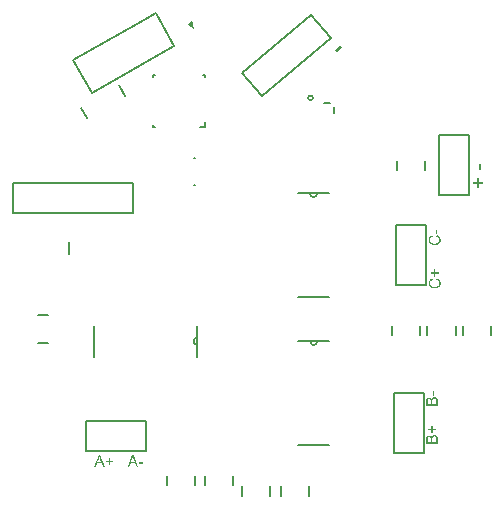
<source format=gto>
G04*
G04 #@! TF.GenerationSoftware,Altium Limited,Altium Designer,20.0.13 (296)*
G04*
G04 Layer_Color=65535*
%FSLAX25Y25*%
%MOIN*%
G70*
G01*
G75*
%ADD10C,0.00600*%
%ADD11C,0.00787*%
%ADD12C,0.00591*%
%ADD13C,0.01000*%
G36*
X-20209Y79108D02*
X-21025Y82151D01*
X-22138Y80222D01*
X-20209Y79108D01*
D02*
G37*
G36*
X75464Y31987D02*
X74832D01*
Y33925D01*
X75464D01*
Y31987D01*
D02*
G37*
G36*
X74773Y27987D02*
X76175D01*
Y27395D01*
X74773D01*
Y26000D01*
X74184D01*
Y27395D01*
X72789D01*
Y27987D01*
X74184D01*
Y29382D01*
X74773D01*
Y27987D01*
D02*
G37*
G36*
X60787Y10699D02*
X60313D01*
Y12150D01*
X60787D01*
Y10699D01*
D02*
G37*
G36*
X60729Y10319D02*
X60737Y10317D01*
X60748Y10314D01*
X60762Y10311D01*
X60781Y10306D01*
X60823Y10292D01*
X60875Y10272D01*
X60934Y10250D01*
X61000Y10222D01*
X61072Y10189D01*
X61150Y10153D01*
X61227Y10112D01*
X61305Y10065D01*
X61385Y10012D01*
X61463Y9954D01*
X61537Y9890D01*
X61607Y9821D01*
X61673Y9746D01*
X61676Y9741D01*
X61687Y9727D01*
X61704Y9704D01*
X61723Y9671D01*
X61748Y9633D01*
X61776Y9583D01*
X61806Y9527D01*
X61837Y9464D01*
X61867Y9394D01*
X61897Y9317D01*
X61925Y9234D01*
X61950Y9145D01*
X61970Y9048D01*
X61986Y8948D01*
X61997Y8843D01*
X62000Y8732D01*
Y8691D01*
X61997Y8671D01*
Y8630D01*
X61992Y8577D01*
X61986Y8516D01*
X61978Y8447D01*
X61970Y8375D01*
X61956Y8294D01*
X61939Y8214D01*
X61917Y8128D01*
X61895Y8045D01*
X61864Y7962D01*
X61831Y7879D01*
X61792Y7799D01*
X61748Y7724D01*
X61745Y7718D01*
X61737Y7707D01*
X61720Y7688D01*
X61701Y7660D01*
X61676Y7627D01*
X61643Y7591D01*
X61607Y7549D01*
X61562Y7505D01*
X61513Y7458D01*
X61460Y7411D01*
X61399Y7361D01*
X61335Y7311D01*
X61263Y7264D01*
X61188Y7217D01*
X61105Y7173D01*
X61019Y7134D01*
X61017D01*
X61014Y7131D01*
X60997Y7126D01*
X60972Y7114D01*
X60936Y7103D01*
X60892Y7087D01*
X60839Y7070D01*
X60778Y7051D01*
X60712Y7034D01*
X60637Y7015D01*
X60557Y6995D01*
X60474Y6979D01*
X60382Y6962D01*
X60291Y6951D01*
X60194Y6940D01*
X60094Y6934D01*
X59992Y6932D01*
X59989D01*
X59983D01*
X59975D01*
X59964D01*
X59950D01*
X59934Y6934D01*
X59892D01*
X59839Y6940D01*
X59778Y6943D01*
X59709Y6951D01*
X59634Y6959D01*
X59557Y6973D01*
X59474Y6987D01*
X59385Y7006D01*
X59297Y7029D01*
X59208Y7054D01*
X59119Y7084D01*
X59033Y7120D01*
X58947Y7159D01*
X58942Y7162D01*
X58928Y7170D01*
X58906Y7184D01*
X58873Y7200D01*
X58837Y7225D01*
X58795Y7253D01*
X58745Y7289D01*
X58695Y7328D01*
X58643Y7369D01*
X58585Y7419D01*
X58529Y7472D01*
X58474Y7530D01*
X58418Y7594D01*
X58366Y7660D01*
X58316Y7732D01*
X58269Y7810D01*
X58266Y7815D01*
X58258Y7829D01*
X58247Y7851D01*
X58233Y7885D01*
X58213Y7923D01*
X58194Y7970D01*
X58175Y8026D01*
X58153Y8084D01*
X58130Y8151D01*
X58111Y8223D01*
X58089Y8300D01*
X58072Y8380D01*
X58058Y8466D01*
X58047Y8555D01*
X58039Y8646D01*
X58036Y8741D01*
Y8779D01*
X58039Y8796D01*
X58042Y8838D01*
X58044Y8887D01*
X58053Y8943D01*
X58061Y9006D01*
X58072Y9078D01*
X58089Y9153D01*
X58108Y9231D01*
X58130Y9311D01*
X58161Y9392D01*
X58194Y9472D01*
X58233Y9555D01*
X58277Y9633D01*
X58330Y9707D01*
X58333Y9713D01*
X58344Y9724D01*
X58360Y9746D01*
X58385Y9771D01*
X58413Y9804D01*
X58452Y9840D01*
X58493Y9879D01*
X58543Y9923D01*
X58598Y9968D01*
X58659Y10015D01*
X58729Y10059D01*
X58801Y10103D01*
X58881Y10148D01*
X58967Y10187D01*
X59058Y10225D01*
X59155Y10256D01*
X59272Y9757D01*
X59266Y9754D01*
X59252Y9752D01*
X59233Y9743D01*
X59202Y9732D01*
X59169Y9718D01*
X59130Y9702D01*
X59086Y9680D01*
X59039Y9657D01*
X58989Y9633D01*
X58939Y9602D01*
X58889Y9572D01*
X58837Y9535D01*
X58790Y9497D01*
X58742Y9458D01*
X58701Y9414D01*
X58662Y9366D01*
X58659Y9364D01*
X58654Y9356D01*
X58645Y9342D01*
X58632Y9322D01*
X58618Y9297D01*
X58601Y9267D01*
X58585Y9231D01*
X58565Y9192D01*
X58549Y9148D01*
X58532Y9101D01*
X58515Y9048D01*
X58501Y8993D01*
X58488Y8932D01*
X58479Y8868D01*
X58474Y8801D01*
X58471Y8729D01*
Y8688D01*
X58474Y8657D01*
X58477Y8619D01*
X58482Y8574D01*
X58488Y8524D01*
X58499Y8472D01*
X58510Y8414D01*
X58524Y8355D01*
X58540Y8294D01*
X58560Y8231D01*
X58585Y8170D01*
X58615Y8109D01*
X58645Y8048D01*
X58684Y7990D01*
X58687Y7987D01*
X58693Y7976D01*
X58706Y7962D01*
X58723Y7943D01*
X58745Y7918D01*
X58770Y7890D01*
X58801Y7860D01*
X58834Y7826D01*
X58873Y7793D01*
X58914Y7757D01*
X58961Y7724D01*
X59014Y7691D01*
X59067Y7657D01*
X59125Y7627D01*
X59186Y7599D01*
X59252Y7574D01*
X59255D01*
X59269Y7569D01*
X59288Y7563D01*
X59313Y7555D01*
X59346Y7547D01*
X59385Y7536D01*
X59429Y7527D01*
X59479Y7516D01*
X59532Y7505D01*
X59590Y7494D01*
X59651Y7483D01*
X59715Y7475D01*
X59848Y7461D01*
X59917Y7458D01*
X59989Y7455D01*
X59995D01*
X60011D01*
X60036D01*
X60072Y7458D01*
X60114Y7461D01*
X60163Y7463D01*
X60219Y7466D01*
X60277Y7472D01*
X60343Y7480D01*
X60413Y7489D01*
X60554Y7516D01*
X60629Y7530D01*
X60701Y7549D01*
X60773Y7572D01*
X60842Y7597D01*
X60845Y7599D01*
X60859Y7602D01*
X60875Y7610D01*
X60900Y7624D01*
X60931Y7638D01*
X60967Y7657D01*
X61006Y7680D01*
X61047Y7705D01*
X61089Y7735D01*
X61133Y7768D01*
X61180Y7804D01*
X61224Y7843D01*
X61269Y7887D01*
X61310Y7934D01*
X61349Y7984D01*
X61385Y8040D01*
X61388Y8043D01*
X61393Y8054D01*
X61402Y8070D01*
X61413Y8092D01*
X61427Y8120D01*
X61443Y8153D01*
X61457Y8192D01*
X61474Y8234D01*
X61493Y8281D01*
X61507Y8331D01*
X61524Y8386D01*
X61537Y8441D01*
X61549Y8502D01*
X61557Y8563D01*
X61562Y8627D01*
X61565Y8691D01*
Y8710D01*
X61562Y8732D01*
Y8763D01*
X61557Y8799D01*
X61551Y8840D01*
X61546Y8890D01*
X61535Y8940D01*
X61521Y8995D01*
X61504Y9053D01*
X61485Y9115D01*
X61463Y9175D01*
X61435Y9236D01*
X61402Y9297D01*
X61363Y9356D01*
X61321Y9414D01*
X61319Y9416D01*
X61310Y9427D01*
X61296Y9441D01*
X61274Y9461D01*
X61249Y9486D01*
X61219Y9513D01*
X61180Y9544D01*
X61138Y9574D01*
X61089Y9607D01*
X61036Y9641D01*
X60975Y9677D01*
X60909Y9707D01*
X60839Y9741D01*
X60762Y9768D01*
X60681Y9793D01*
X60593Y9815D01*
X60720Y10322D01*
X60723D01*
X60729Y10319D01*
D02*
G37*
G36*
X60269Y-2112D02*
X61319D01*
Y-2555D01*
X60269D01*
Y-3600D01*
X59828D01*
Y-2555D01*
X58784D01*
Y-2112D01*
X59828D01*
Y-1068D01*
X60269D01*
Y-2112D01*
D02*
G37*
G36*
X60729Y-4112D02*
X60737Y-4115D01*
X60748Y-4118D01*
X60762Y-4121D01*
X60781Y-4126D01*
X60823Y-4140D01*
X60875Y-4159D01*
X60934Y-4182D01*
X61000Y-4209D01*
X61072Y-4242D01*
X61150Y-4279D01*
X61227Y-4320D01*
X61305Y-4367D01*
X61385Y-4420D01*
X61463Y-4478D01*
X61537Y-4542D01*
X61607Y-4611D01*
X61673Y-4686D01*
X61676Y-4691D01*
X61687Y-4705D01*
X61704Y-4727D01*
X61723Y-4761D01*
X61748Y-4799D01*
X61776Y-4849D01*
X61806Y-4905D01*
X61837Y-4968D01*
X61867Y-5037D01*
X61897Y-5115D01*
X61925Y-5198D01*
X61950Y-5287D01*
X61970Y-5384D01*
X61986Y-5483D01*
X61997Y-5589D01*
X62000Y-5700D01*
Y-5741D01*
X61997Y-5760D01*
Y-5802D01*
X61992Y-5855D01*
X61986Y-5916D01*
X61978Y-5985D01*
X61970Y-6057D01*
X61956Y-6137D01*
X61939Y-6217D01*
X61917Y-6303D01*
X61895Y-6386D01*
X61864Y-6470D01*
X61831Y-6553D01*
X61792Y-6633D01*
X61748Y-6708D01*
X61745Y-6713D01*
X61737Y-6724D01*
X61720Y-6744D01*
X61701Y-6771D01*
X61676Y-6805D01*
X61643Y-6841D01*
X61607Y-6882D01*
X61562Y-6927D01*
X61513Y-6974D01*
X61460Y-7021D01*
X61399Y-7071D01*
X61335Y-7120D01*
X61263Y-7168D01*
X61188Y-7215D01*
X61105Y-7259D01*
X61019Y-7298D01*
X61017D01*
X61014Y-7301D01*
X60997Y-7306D01*
X60972Y-7317D01*
X60936Y-7328D01*
X60892Y-7345D01*
X60839Y-7361D01*
X60778Y-7381D01*
X60712Y-7397D01*
X60637Y-7417D01*
X60557Y-7436D01*
X60474Y-7453D01*
X60382Y-7469D01*
X60291Y-7481D01*
X60194Y-7492D01*
X60094Y-7497D01*
X59992Y-7500D01*
X59989D01*
X59983D01*
X59975D01*
X59964D01*
X59950D01*
X59934Y-7497D01*
X59892D01*
X59839Y-7492D01*
X59778Y-7489D01*
X59709Y-7481D01*
X59634Y-7472D01*
X59557Y-7458D01*
X59474Y-7445D01*
X59385Y-7425D01*
X59297Y-7403D01*
X59208Y-7378D01*
X59119Y-7348D01*
X59033Y-7312D01*
X58947Y-7273D01*
X58942Y-7270D01*
X58928Y-7262D01*
X58906Y-7248D01*
X58873Y-7231D01*
X58837Y-7206D01*
X58795Y-7179D01*
X58745Y-7143D01*
X58695Y-7104D01*
X58643Y-7062D01*
X58585Y-7012D01*
X58529Y-6960D01*
X58474Y-6902D01*
X58418Y-6838D01*
X58366Y-6771D01*
X58316Y-6700D01*
X58269Y-6622D01*
X58266Y-6616D01*
X58258Y-6602D01*
X58247Y-6580D01*
X58233Y-6547D01*
X58213Y-6508D01*
X58194Y-6461D01*
X58175Y-6406D01*
X58153Y-6348D01*
X58130Y-6281D01*
X58111Y-6209D01*
X58089Y-6132D01*
X58072Y-6051D01*
X58058Y-5965D01*
X58047Y-5877D01*
X58039Y-5785D01*
X58036Y-5691D01*
Y-5652D01*
X58039Y-5636D01*
X58042Y-5594D01*
X58044Y-5544D01*
X58053Y-5489D01*
X58061Y-5425D01*
X58072Y-5353D01*
X58089Y-5279D01*
X58108Y-5201D01*
X58130Y-5121D01*
X58161Y-5040D01*
X58194Y-4960D01*
X58233Y-4877D01*
X58277Y-4799D01*
X58330Y-4724D01*
X58333Y-4719D01*
X58344Y-4708D01*
X58360Y-4686D01*
X58385Y-4661D01*
X58413Y-4628D01*
X58452Y-4592D01*
X58493Y-4553D01*
X58543Y-4508D01*
X58598Y-4464D01*
X58659Y-4417D01*
X58729Y-4373D01*
X58801Y-4328D01*
X58881Y-4284D01*
X58967Y-4245D01*
X59058Y-4206D01*
X59155Y-4176D01*
X59272Y-4675D01*
X59266Y-4677D01*
X59252Y-4680D01*
X59233Y-4688D01*
X59202Y-4699D01*
X59169Y-4713D01*
X59130Y-4730D01*
X59086Y-4752D01*
X59039Y-4774D01*
X58989Y-4799D01*
X58939Y-4830D01*
X58889Y-4860D01*
X58837Y-4896D01*
X58790Y-4935D01*
X58742Y-4974D01*
X58701Y-5018D01*
X58662Y-5065D01*
X58659Y-5068D01*
X58654Y-5076D01*
X58645Y-5090D01*
X58632Y-5110D01*
X58618Y-5134D01*
X58601Y-5165D01*
X58585Y-5201D01*
X58565Y-5240D01*
X58549Y-5284D01*
X58532Y-5331D01*
X58515Y-5384D01*
X58501Y-5439D01*
X58488Y-5500D01*
X58479Y-5564D01*
X58474Y-5630D01*
X58471Y-5702D01*
Y-5744D01*
X58474Y-5774D01*
X58477Y-5813D01*
X58482Y-5857D01*
X58488Y-5907D01*
X58499Y-5960D01*
X58510Y-6018D01*
X58524Y-6076D01*
X58540Y-6137D01*
X58560Y-6201D01*
X58585Y-6262D01*
X58615Y-6323D01*
X58645Y-6384D01*
X58684Y-6442D01*
X58687Y-6445D01*
X58693Y-6456D01*
X58706Y-6470D01*
X58723Y-6489D01*
X58745Y-6514D01*
X58770Y-6542D01*
X58801Y-6572D01*
X58834Y-6605D01*
X58873Y-6639D01*
X58914Y-6674D01*
X58961Y-6708D01*
X59014Y-6741D01*
X59067Y-6774D01*
X59125Y-6805D01*
X59186Y-6832D01*
X59252Y-6857D01*
X59255D01*
X59269Y-6863D01*
X59288Y-6868D01*
X59313Y-6877D01*
X59346Y-6885D01*
X59385Y-6896D01*
X59429Y-6904D01*
X59479Y-6916D01*
X59532Y-6927D01*
X59590Y-6938D01*
X59651Y-6949D01*
X59715Y-6957D01*
X59848Y-6971D01*
X59917Y-6974D01*
X59989Y-6977D01*
X59995D01*
X60011D01*
X60036D01*
X60072Y-6974D01*
X60114Y-6971D01*
X60163Y-6968D01*
X60219Y-6965D01*
X60277Y-6960D01*
X60343Y-6951D01*
X60413Y-6943D01*
X60554Y-6916D01*
X60629Y-6902D01*
X60701Y-6882D01*
X60773Y-6860D01*
X60842Y-6835D01*
X60845Y-6832D01*
X60859Y-6830D01*
X60875Y-6821D01*
X60900Y-6808D01*
X60931Y-6794D01*
X60967Y-6774D01*
X61006Y-6752D01*
X61047Y-6727D01*
X61089Y-6697D01*
X61133Y-6663D01*
X61180Y-6628D01*
X61224Y-6589D01*
X61269Y-6544D01*
X61310Y-6497D01*
X61349Y-6447D01*
X61385Y-6392D01*
X61388Y-6389D01*
X61393Y-6378D01*
X61402Y-6362D01*
X61413Y-6339D01*
X61427Y-6312D01*
X61443Y-6278D01*
X61457Y-6240D01*
X61474Y-6198D01*
X61493Y-6151D01*
X61507Y-6101D01*
X61524Y-6046D01*
X61537Y-5990D01*
X61549Y-5929D01*
X61557Y-5869D01*
X61562Y-5805D01*
X61565Y-5741D01*
Y-5722D01*
X61562Y-5700D01*
Y-5669D01*
X61557Y-5633D01*
X61551Y-5592D01*
X61546Y-5542D01*
X61535Y-5492D01*
X61521Y-5436D01*
X61504Y-5378D01*
X61485Y-5317D01*
X61463Y-5256D01*
X61435Y-5195D01*
X61402Y-5134D01*
X61363Y-5076D01*
X61321Y-5018D01*
X61319Y-5015D01*
X61310Y-5004D01*
X61296Y-4990D01*
X61274Y-4971D01*
X61249Y-4946D01*
X61219Y-4918D01*
X61180Y-4888D01*
X61138Y-4857D01*
X61089Y-4824D01*
X61036Y-4791D01*
X60975Y-4755D01*
X60909Y-4724D01*
X60839Y-4691D01*
X60762Y-4663D01*
X60681Y-4639D01*
X60593Y-4616D01*
X60720Y-4109D01*
X60723D01*
X60729Y-4112D01*
D02*
G37*
G36*
X59851Y-43209D02*
X59377D01*
Y-41757D01*
X59851D01*
Y-43209D01*
D02*
G37*
G36*
X59936Y-43663D02*
X59958D01*
X59986Y-43666D01*
X60019Y-43669D01*
X60053Y-43674D01*
X60130Y-43688D01*
X60216Y-43710D01*
X60305Y-43738D01*
X60393Y-43777D01*
X60396D01*
X60404Y-43782D01*
X60416Y-43788D01*
X60432Y-43796D01*
X60452Y-43807D01*
X60474Y-43821D01*
X60524Y-43854D01*
X60582Y-43896D01*
X60640Y-43943D01*
X60698Y-43995D01*
X60748Y-44056D01*
Y-44059D01*
X60754Y-44065D01*
X60759Y-44073D01*
X60767Y-44087D01*
X60778Y-44104D01*
X60790Y-44123D01*
X60803Y-44145D01*
X60817Y-44170D01*
X60834Y-44201D01*
X60848Y-44231D01*
X60881Y-44303D01*
X60909Y-44383D01*
X60936Y-44475D01*
Y-44477D01*
X60939Y-44486D01*
X60942Y-44500D01*
X60947Y-44519D01*
X60950Y-44544D01*
X60956Y-44574D01*
X60961Y-44608D01*
X60967Y-44646D01*
X60975Y-44688D01*
X60981Y-44735D01*
X60986Y-44788D01*
X60989Y-44840D01*
X60994Y-44899D01*
X60997Y-44959D01*
X61000Y-45026D01*
Y-46552D01*
X57166D01*
Y-45076D01*
X57169Y-45045D01*
Y-45006D01*
X57172Y-44965D01*
X57177Y-44915D01*
X57180Y-44865D01*
X57188Y-44810D01*
X57194Y-44752D01*
X57216Y-44635D01*
X57247Y-44519D01*
X57263Y-44464D01*
X57285Y-44414D01*
Y-44411D01*
X57291Y-44403D01*
X57297Y-44389D01*
X57308Y-44369D01*
X57319Y-44347D01*
X57335Y-44322D01*
X57352Y-44292D01*
X57374Y-44261D01*
X57396Y-44228D01*
X57424Y-44195D01*
X57452Y-44162D01*
X57485Y-44126D01*
X57521Y-44092D01*
X57557Y-44059D01*
X57598Y-44029D01*
X57643Y-43998D01*
X57645Y-43995D01*
X57654Y-43993D01*
X57668Y-43984D01*
X57684Y-43973D01*
X57706Y-43962D01*
X57734Y-43951D01*
X57762Y-43937D01*
X57795Y-43921D01*
X57834Y-43907D01*
X57873Y-43893D01*
X57959Y-43871D01*
X58053Y-43851D01*
X58100Y-43849D01*
X58150Y-43846D01*
X58152D01*
X58161D01*
X58175D01*
X58191Y-43849D01*
X58213D01*
X58238Y-43854D01*
X58269Y-43857D01*
X58299Y-43863D01*
X58371Y-43879D01*
X58449Y-43904D01*
X58490Y-43918D01*
X58529Y-43937D01*
X58571Y-43957D01*
X58612Y-43982D01*
X58615Y-43984D01*
X58621Y-43987D01*
X58632Y-43995D01*
X58648Y-44006D01*
X58668Y-44020D01*
X58687Y-44037D01*
X58712Y-44059D01*
X58737Y-44081D01*
X58765Y-44109D01*
X58792Y-44137D01*
X58820Y-44170D01*
X58851Y-44206D01*
X58881Y-44247D01*
X58909Y-44289D01*
X58936Y-44333D01*
X58961Y-44383D01*
Y-44381D01*
X58967Y-44367D01*
X58972Y-44350D01*
X58981Y-44325D01*
X58992Y-44297D01*
X59006Y-44264D01*
X59022Y-44225D01*
X59044Y-44187D01*
X59066Y-44142D01*
X59092Y-44098D01*
X59119Y-44054D01*
X59152Y-44009D01*
X59186Y-43968D01*
X59224Y-43924D01*
X59266Y-43885D01*
X59310Y-43849D01*
X59313Y-43846D01*
X59321Y-43840D01*
X59335Y-43832D01*
X59355Y-43818D01*
X59377Y-43804D01*
X59404Y-43788D01*
X59438Y-43771D01*
X59474Y-43755D01*
X59515Y-43738D01*
X59560Y-43718D01*
X59607Y-43705D01*
X59659Y-43691D01*
X59712Y-43677D01*
X59770Y-43669D01*
X59828Y-43663D01*
X59889Y-43660D01*
X59892D01*
X59900D01*
X59917D01*
X59936Y-43663D01*
D02*
G37*
G36*
X59333Y-54236D02*
X60382D01*
Y-54679D01*
X59333D01*
Y-55724D01*
X58892D01*
Y-54679D01*
X57848D01*
Y-54236D01*
X58892D01*
Y-53192D01*
X59333D01*
Y-54236D01*
D02*
G37*
G36*
X59936Y-56311D02*
X59958D01*
X59986Y-56314D01*
X60019Y-56316D01*
X60053Y-56322D01*
X60130Y-56336D01*
X60216Y-56358D01*
X60305Y-56386D01*
X60393Y-56424D01*
X60396D01*
X60404Y-56430D01*
X60416Y-56436D01*
X60432Y-56444D01*
X60452Y-56455D01*
X60474Y-56469D01*
X60524Y-56502D01*
X60582Y-56544D01*
X60640Y-56591D01*
X60698Y-56643D01*
X60748Y-56704D01*
Y-56707D01*
X60754Y-56713D01*
X60759Y-56721D01*
X60767Y-56735D01*
X60778Y-56751D01*
X60790Y-56771D01*
X60803Y-56793D01*
X60817Y-56818D01*
X60834Y-56848D01*
X60848Y-56879D01*
X60881Y-56951D01*
X60909Y-57031D01*
X60936Y-57122D01*
Y-57125D01*
X60939Y-57134D01*
X60942Y-57147D01*
X60947Y-57167D01*
X60950Y-57192D01*
X60956Y-57222D01*
X60961Y-57256D01*
X60967Y-57294D01*
X60975Y-57336D01*
X60981Y-57383D01*
X60986Y-57436D01*
X60989Y-57488D01*
X60994Y-57546D01*
X60997Y-57607D01*
X61000Y-57674D01*
Y-59200D01*
X57166D01*
Y-57724D01*
X57169Y-57693D01*
Y-57654D01*
X57172Y-57613D01*
X57177Y-57563D01*
X57180Y-57513D01*
X57188Y-57458D01*
X57194Y-57399D01*
X57216Y-57283D01*
X57247Y-57167D01*
X57263Y-57111D01*
X57285Y-57062D01*
Y-57059D01*
X57291Y-57051D01*
X57297Y-57037D01*
X57308Y-57017D01*
X57319Y-56995D01*
X57335Y-56970D01*
X57352Y-56940D01*
X57374Y-56909D01*
X57396Y-56876D01*
X57424Y-56843D01*
X57452Y-56810D01*
X57485Y-56774D01*
X57521Y-56740D01*
X57557Y-56707D01*
X57598Y-56677D01*
X57643Y-56646D01*
X57645Y-56643D01*
X57654Y-56640D01*
X57668Y-56632D01*
X57684Y-56621D01*
X57706Y-56610D01*
X57734Y-56599D01*
X57762Y-56585D01*
X57795Y-56568D01*
X57834Y-56555D01*
X57873Y-56541D01*
X57959Y-56519D01*
X58053Y-56499D01*
X58100Y-56497D01*
X58150Y-56494D01*
X58152D01*
X58161D01*
X58175D01*
X58191Y-56497D01*
X58213D01*
X58238Y-56502D01*
X58269Y-56505D01*
X58299Y-56510D01*
X58371Y-56527D01*
X58449Y-56552D01*
X58490Y-56566D01*
X58529Y-56585D01*
X58571Y-56604D01*
X58612Y-56629D01*
X58615Y-56632D01*
X58621Y-56635D01*
X58632Y-56643D01*
X58648Y-56654D01*
X58668Y-56668D01*
X58687Y-56685D01*
X58712Y-56707D01*
X58737Y-56729D01*
X58765Y-56757D01*
X58792Y-56785D01*
X58820Y-56818D01*
X58851Y-56854D01*
X58881Y-56895D01*
X58909Y-56937D01*
X58936Y-56981D01*
X58961Y-57031D01*
Y-57028D01*
X58967Y-57015D01*
X58972Y-56998D01*
X58981Y-56973D01*
X58992Y-56945D01*
X59006Y-56912D01*
X59022Y-56873D01*
X59044Y-56834D01*
X59066Y-56790D01*
X59092Y-56746D01*
X59119Y-56701D01*
X59152Y-56657D01*
X59186Y-56616D01*
X59224Y-56571D01*
X59266Y-56533D01*
X59310Y-56497D01*
X59313Y-56494D01*
X59321Y-56488D01*
X59335Y-56480D01*
X59355Y-56466D01*
X59377Y-56452D01*
X59404Y-56436D01*
X59438Y-56419D01*
X59474Y-56402D01*
X59515Y-56386D01*
X59560Y-56366D01*
X59607Y-56352D01*
X59659Y-56339D01*
X59712Y-56325D01*
X59770Y-56316D01*
X59828Y-56311D01*
X59889Y-56308D01*
X59892D01*
X59900D01*
X59917D01*
X59936Y-56311D01*
D02*
G37*
G36*
X-37146Y-65851D02*
X-38597D01*
Y-65377D01*
X-37146D01*
Y-65851D01*
D02*
G37*
G36*
X-48137Y-64892D02*
X-47093D01*
Y-65333D01*
X-48137D01*
Y-66382D01*
X-48581D01*
Y-65333D01*
X-49625D01*
Y-64892D01*
X-48581D01*
Y-63848D01*
X-48137D01*
Y-64892D01*
D02*
G37*
G36*
X-38755Y-67000D02*
X-39331D01*
X-39775Y-65839D01*
X-41384D01*
X-41802Y-67000D01*
X-42337D01*
X-40866Y-63166D01*
X-40323D01*
X-38755Y-67000D01*
D02*
G37*
G36*
X-49916D02*
X-50492D01*
X-50935Y-65839D01*
X-52544D01*
X-52963Y-67000D01*
X-53497D01*
X-52026Y-63166D01*
X-51483D01*
X-49916Y-67000D01*
D02*
G37*
%LPC*%
G36*
X59889Y-44184D02*
X59886D01*
X59881D01*
X59867D01*
X59853Y-44187D01*
X59834D01*
X59814Y-44189D01*
X59762Y-44198D01*
X59704Y-44212D01*
X59643Y-44231D01*
X59579Y-44259D01*
X59518Y-44295D01*
X59515D01*
X59510Y-44300D01*
X59504Y-44306D01*
X59493Y-44314D01*
X59465Y-44339D01*
X59432Y-44375D01*
X59393Y-44419D01*
X59357Y-44472D01*
X59324Y-44533D01*
X59297Y-44602D01*
Y-44605D01*
X59294Y-44610D01*
X59291Y-44622D01*
X59285Y-44638D01*
X59280Y-44657D01*
X59274Y-44682D01*
X59269Y-44710D01*
X59263Y-44743D01*
X59258Y-44782D01*
X59252Y-44824D01*
X59247Y-44871D01*
X59241Y-44921D01*
X59236Y-44973D01*
X59233Y-45031D01*
X59230Y-45095D01*
Y-46045D01*
X60549D01*
Y-45009D01*
X60546Y-44957D01*
Y-44899D01*
X60540Y-44843D01*
X60537Y-44791D01*
X60535Y-44765D01*
X60532Y-44746D01*
Y-44743D01*
X60529Y-44738D01*
Y-44730D01*
X60526Y-44716D01*
X60518Y-44685D01*
X60507Y-44644D01*
X60493Y-44599D01*
X60476Y-44550D01*
X60454Y-44502D01*
X60429Y-44455D01*
Y-44453D01*
X60427Y-44450D01*
X60416Y-44436D01*
X60399Y-44414D01*
X60374Y-44386D01*
X60343Y-44356D01*
X60308Y-44322D01*
X60266Y-44292D01*
X60216Y-44261D01*
X60213D01*
X60211Y-44259D01*
X60202Y-44253D01*
X60191Y-44250D01*
X60161Y-44236D01*
X60122Y-44223D01*
X60075Y-44209D01*
X60019Y-44195D01*
X59956Y-44187D01*
X59889Y-44184D01*
D02*
G37*
G36*
X58208Y-44344D02*
X58205D01*
X58200D01*
X58188D01*
X58175D01*
X58158Y-44347D01*
X58139Y-44350D01*
X58094Y-44356D01*
X58042Y-44367D01*
X57986Y-44383D01*
X57928Y-44408D01*
X57873Y-44439D01*
X57870D01*
X57867Y-44444D01*
X57848Y-44455D01*
X57823Y-44477D01*
X57792Y-44505D01*
X57759Y-44541D01*
X57726Y-44588D01*
X57698Y-44638D01*
X57673Y-44699D01*
Y-44702D01*
X57670Y-44707D01*
X57668Y-44718D01*
X57665Y-44732D01*
X57659Y-44752D01*
X57657Y-44774D01*
X57651Y-44802D01*
X57645Y-44835D01*
X57640Y-44874D01*
X57635Y-44915D01*
X57632Y-44962D01*
X57626Y-45015D01*
X57623Y-45073D01*
X57621Y-45137D01*
X57618Y-45206D01*
Y-46045D01*
X58779D01*
Y-45164D01*
X58776Y-45137D01*
Y-45070D01*
X58773Y-45031D01*
X58767Y-44954D01*
X58759Y-44874D01*
X58754Y-44835D01*
X58748Y-44799D01*
X58742Y-44765D01*
X58734Y-44735D01*
Y-44732D01*
X58731Y-44727D01*
X58729Y-44716D01*
X58723Y-44702D01*
X58718Y-44688D01*
X58709Y-44669D01*
X58690Y-44627D01*
X58665Y-44580D01*
X58632Y-44530D01*
X58593Y-44486D01*
X58546Y-44444D01*
X58543D01*
X58540Y-44439D01*
X58532Y-44436D01*
X58521Y-44428D01*
X58507Y-44422D01*
X58493Y-44414D01*
X58452Y-44394D01*
X58404Y-44375D01*
X58346Y-44361D01*
X58280Y-44350D01*
X58208Y-44344D01*
D02*
G37*
G36*
X59889Y-56832D02*
X59886D01*
X59881D01*
X59867D01*
X59853Y-56834D01*
X59834D01*
X59814Y-56837D01*
X59762Y-56845D01*
X59704Y-56859D01*
X59643Y-56879D01*
X59579Y-56906D01*
X59518Y-56942D01*
X59515D01*
X59510Y-56948D01*
X59504Y-56954D01*
X59493Y-56962D01*
X59465Y-56987D01*
X59432Y-57023D01*
X59393Y-57067D01*
X59357Y-57120D01*
X59324Y-57181D01*
X59297Y-57250D01*
Y-57253D01*
X59294Y-57258D01*
X59291Y-57269D01*
X59285Y-57286D01*
X59280Y-57305D01*
X59274Y-57330D01*
X59269Y-57358D01*
X59263Y-57391D01*
X59258Y-57430D01*
X59252Y-57472D01*
X59247Y-57519D01*
X59241Y-57569D01*
X59236Y-57621D01*
X59233Y-57679D01*
X59230Y-57743D01*
Y-58693D01*
X60549D01*
Y-57657D01*
X60546Y-57604D01*
Y-57546D01*
X60540Y-57491D01*
X60537Y-57438D01*
X60535Y-57413D01*
X60532Y-57394D01*
Y-57391D01*
X60529Y-57386D01*
Y-57377D01*
X60526Y-57363D01*
X60518Y-57333D01*
X60507Y-57292D01*
X60493Y-57247D01*
X60476Y-57197D01*
X60454Y-57150D01*
X60429Y-57103D01*
Y-57100D01*
X60427Y-57098D01*
X60416Y-57084D01*
X60399Y-57062D01*
X60374Y-57034D01*
X60343Y-57003D01*
X60308Y-56970D01*
X60266Y-56940D01*
X60216Y-56909D01*
X60213D01*
X60211Y-56906D01*
X60202Y-56901D01*
X60191Y-56898D01*
X60161Y-56884D01*
X60122Y-56870D01*
X60075Y-56857D01*
X60019Y-56843D01*
X59956Y-56834D01*
X59889Y-56832D01*
D02*
G37*
G36*
X58208Y-56992D02*
X58205D01*
X58200D01*
X58188D01*
X58175D01*
X58158Y-56995D01*
X58139Y-56998D01*
X58094Y-57003D01*
X58042Y-57015D01*
X57986Y-57031D01*
X57928Y-57056D01*
X57873Y-57086D01*
X57870D01*
X57867Y-57092D01*
X57848Y-57103D01*
X57823Y-57125D01*
X57792Y-57153D01*
X57759Y-57189D01*
X57726Y-57236D01*
X57698Y-57286D01*
X57673Y-57347D01*
Y-57350D01*
X57670Y-57355D01*
X57668Y-57366D01*
X57665Y-57380D01*
X57659Y-57399D01*
X57657Y-57422D01*
X57651Y-57449D01*
X57645Y-57483D01*
X57640Y-57521D01*
X57635Y-57563D01*
X57632Y-57610D01*
X57626Y-57663D01*
X57623Y-57721D01*
X57621Y-57784D01*
X57618Y-57854D01*
Y-58693D01*
X58779D01*
Y-57812D01*
X58776Y-57784D01*
Y-57718D01*
X58773Y-57679D01*
X58767Y-57602D01*
X58759Y-57521D01*
X58754Y-57483D01*
X58748Y-57447D01*
X58742Y-57413D01*
X58734Y-57383D01*
Y-57380D01*
X58731Y-57375D01*
X58729Y-57363D01*
X58723Y-57350D01*
X58718Y-57336D01*
X58709Y-57316D01*
X58690Y-57275D01*
X58665Y-57228D01*
X58632Y-57178D01*
X58593Y-57134D01*
X58546Y-57092D01*
X58543D01*
X58540Y-57086D01*
X58532Y-57084D01*
X58521Y-57075D01*
X58507Y-57070D01*
X58493Y-57062D01*
X58452Y-57042D01*
X58404Y-57023D01*
X58346Y-57009D01*
X58280Y-56998D01*
X58208Y-56992D01*
D02*
G37*
G36*
X-40608Y-63568D02*
Y-63573D01*
X-40611Y-63585D01*
X-40617Y-63604D01*
X-40622Y-63632D01*
X-40631Y-63665D01*
X-40639Y-63704D01*
X-40650Y-63748D01*
X-40661Y-63798D01*
X-40678Y-63853D01*
X-40692Y-63911D01*
X-40708Y-63970D01*
X-40727Y-64033D01*
X-40769Y-64166D01*
X-40816Y-64302D01*
X-41237Y-65427D01*
X-39935D01*
X-40337Y-64366D01*
Y-64363D01*
X-40340Y-64360D01*
X-40345Y-64344D01*
X-40354Y-64319D01*
X-40367Y-64285D01*
X-40381Y-64244D01*
X-40401Y-64197D01*
X-40417Y-64141D01*
X-40439Y-64083D01*
X-40462Y-64022D01*
X-40484Y-63959D01*
X-40528Y-63826D01*
X-40572Y-63693D01*
X-40592Y-63629D01*
X-40608Y-63568D01*
D02*
G37*
G36*
X-51769D02*
Y-63573D01*
X-51771Y-63585D01*
X-51777Y-63604D01*
X-51783Y-63632D01*
X-51791Y-63665D01*
X-51799Y-63704D01*
X-51810Y-63748D01*
X-51821Y-63798D01*
X-51838Y-63853D01*
X-51852Y-63911D01*
X-51868Y-63970D01*
X-51888Y-64033D01*
X-51929Y-64166D01*
X-51977Y-64302D01*
X-52398Y-65427D01*
X-51096D01*
X-51497Y-64366D01*
Y-64363D01*
X-51500Y-64360D01*
X-51506Y-64344D01*
X-51514Y-64319D01*
X-51528Y-64285D01*
X-51542Y-64244D01*
X-51561Y-64197D01*
X-51578Y-64141D01*
X-51600Y-64083D01*
X-51622Y-64022D01*
X-51644Y-63959D01*
X-51688Y-63826D01*
X-51733Y-63693D01*
X-51752Y-63629D01*
X-51769Y-63568D01*
D02*
G37*
%LPD*%
D10*
X18433Y24210D02*
G03*
X20833Y24210I1200J0D01*
G01*
X18488Y-25156D02*
G03*
X20888Y-25156I1200J0D01*
G01*
X-19156Y-23933D02*
G03*
X-19156Y-26333I0J-1200D01*
G01*
X-53556Y-30222D02*
Y-20044D01*
X-19156Y-30222D02*
Y-20044D01*
X14545Y-10190D02*
X24722D01*
X14545Y24210D02*
X24722D01*
X14600Y-59556D02*
X24777D01*
X14600Y-25156D02*
X24777D01*
D11*
X19368Y56043D02*
G03*
X19368Y56043I-787J0D01*
G01*
X47000Y-6500D02*
Y13500D01*
Y-6500D02*
X57000D01*
Y13500D01*
X47000D02*
X57000D01*
X46288Y-62300D02*
Y-42300D01*
Y-62300D02*
X56288D01*
Y-42300D01*
X46288D02*
X56288D01*
X-56300Y-51733D02*
X-36300D01*
X-56300Y-61733D02*
Y-51733D01*
Y-61733D02*
X-36300D01*
Y-51733D01*
X56724Y31925D02*
Y35075D01*
X47276Y31925D02*
Y35075D01*
X-19776Y-73075D02*
Y-69925D01*
X-29224Y-73075D02*
Y-69925D01*
X-72075Y-25724D02*
X-68925D01*
X-72075Y-16276D02*
X-68925D01*
X-7276Y-73075D02*
Y-69925D01*
X-16724Y-73075D02*
Y-69925D01*
X18224Y-76575D02*
Y-73425D01*
X8776Y-76575D02*
Y-73425D01*
X5224Y-76575D02*
Y-73425D01*
X-4224Y-76575D02*
Y-73425D01*
X45776Y-23075D02*
Y-19925D01*
X55224Y-23075D02*
Y-19925D01*
X69276Y-23075D02*
Y-19925D01*
X78724Y-23075D02*
Y-19925D01*
X57526Y-23075D02*
Y-19925D01*
X66974Y-23075D02*
Y-19925D01*
X-4105Y64388D02*
X2323Y56728D01*
X-4105Y64388D02*
X18877Y83672D01*
X25305Y76012D01*
X2323Y56728D02*
X25305Y76012D01*
X-17215Y63679D02*
X-16428Y63679D01*
Y62892D02*
Y63679D01*
X-33947Y63679D02*
X-33160D01*
X-33947D02*
X-33947Y62892D01*
Y46160D02*
Y46947D01*
X-16428Y48128D02*
X-16428Y46160D01*
X-18396D02*
X-16428D01*
X-33947Y46160D02*
X-33160Y46160D01*
X-40500Y17500D02*
Y27500D01*
X-80500Y17500D02*
X-40500D01*
X-80500Y27500D02*
X-40500D01*
X-80500Y17500D02*
Y27500D01*
X61500Y43500D02*
X71500Y43500D01*
Y23500D02*
Y43500D01*
X61500Y23500D02*
X71500Y23500D01*
X61500Y23500D02*
Y43500D01*
D12*
X-62000Y4031D02*
Y7969D01*
X-39104Y80789D02*
X-33042Y84289D01*
X-26792Y73463D01*
X-60400Y68494D02*
X-39104Y80789D01*
X-60400Y68494D02*
X-54235Y57815D01*
X-54150Y57668D02*
X-26792Y73463D01*
X-57984Y52705D02*
X-56016Y49295D01*
X-45284Y60205D02*
X-43316Y56795D01*
X23100Y54362D02*
X25100D01*
X26462Y51000D02*
Y53000D01*
X-20197Y35928D02*
X-19803D01*
X-20197Y26872D02*
X-19803D01*
D13*
X27200Y71900D02*
X28400Y72900D01*
M02*

</source>
